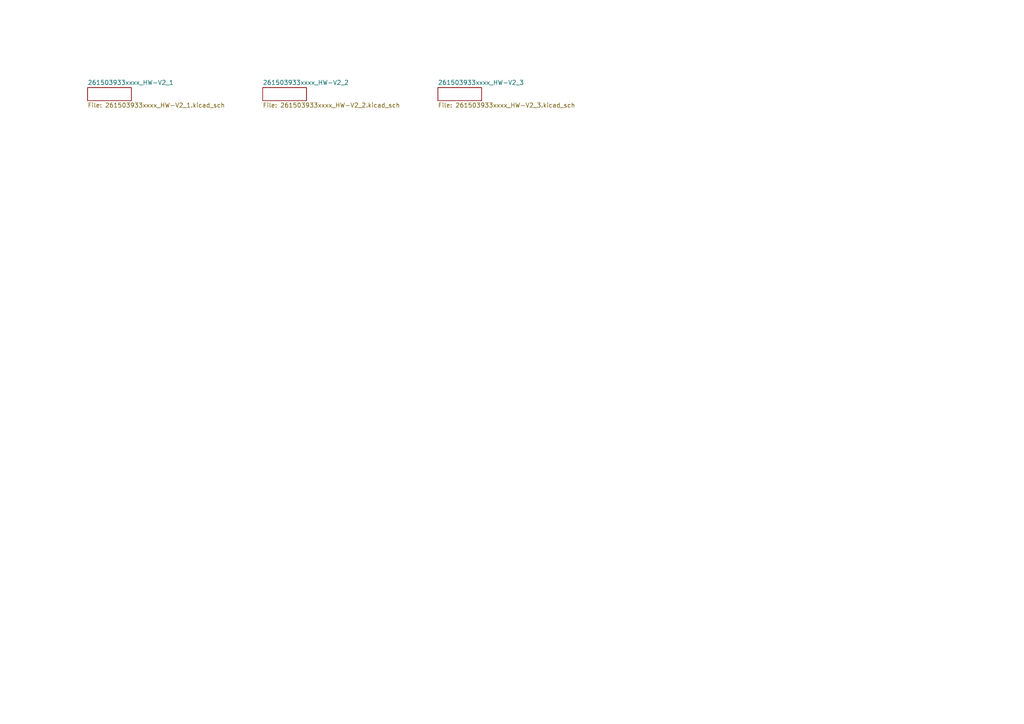
<source format=kicad_sch>
(kicad_sch
	(version 20231120)
	(generator "eeschema")
	(generator_version "8.0")
	(uuid "ec7bf7e6-4c40-4a4d-a35b-b7cbf9b0796f")
	(paper "A4")
	(lib_symbols)
	(sheet
		(at 76.2 25.4)
		(size 12.7 3.81)
		(fields_autoplaced yes)
		(stroke
			(width 0)
			(type solid)
		)
		(fill
			(color 0 0 0 0.0000)
		)
		(uuid "0ada07da-ed92-43f8-9002-662a84a6f02d")
		(property "Sheetname" "261503933xxxx_HW-V2_2"
			(at 76.2 24.6884 0)
			(effects
				(font
					(size 1.27 1.27)
				)
				(justify left bottom)
			)
		)
		(property "Sheetfile" "261503933xxxx_HW-V2_2.kicad_sch"
			(at 76.2 29.7946 0)
			(effects
				(font
					(size 1.27 1.27)
				)
				(justify left top)
			)
		)
		(instances
			(project "261503933xxxx_HW-V2"
				(path "/ec7bf7e6-4c40-4a4d-a35b-b7cbf9b0796f"
					(page "2")
				)
			)
		)
	)
	(sheet
		(at 25.4 25.4)
		(size 12.7 3.81)
		(fields_autoplaced yes)
		(stroke
			(width 0)
			(type solid)
		)
		(fill
			(color 0 0 0 0.0000)
		)
		(uuid "b0337f3e-b60f-46a2-8666-fe14a63b03eb")
		(property "Sheetname" "261503933xxxx_HW-V2_1"
			(at 25.4 24.6884 0)
			(effects
				(font
					(size 1.27 1.27)
				)
				(justify left bottom)
			)
		)
		(property "Sheetfile" "261503933xxxx_HW-V2_1.kicad_sch"
			(at 25.4 29.7946 0)
			(effects
				(font
					(size 1.27 1.27)
				)
				(justify left top)
			)
		)
		(instances
			(project "261503933xxxx_HW-V2"
				(path "/ec7bf7e6-4c40-4a4d-a35b-b7cbf9b0796f"
					(page "1")
				)
			)
		)
	)
	(sheet
		(at 127 25.4)
		(size 12.7 3.81)
		(fields_autoplaced yes)
		(stroke
			(width 0)
			(type solid)
		)
		(fill
			(color 0 0 0 0.0000)
		)
		(uuid "f252500a-85d7-4483-9d85-02cf9ea7c0b0")
		(property "Sheetname" "261503933xxxx_HW-V2_3"
			(at 127 24.6884 0)
			(effects
				(font
					(size 1.27 1.27)
				)
				(justify left bottom)
			)
		)
		(property "Sheetfile" "261503933xxxx_HW-V2_3.kicad_sch"
			(at 127 29.7946 0)
			(effects
				(font
					(size 1.27 1.27)
				)
				(justify left top)
			)
		)
		(instances
			(project "261503933xxxx_HW-V2"
				(path "/ec7bf7e6-4c40-4a4d-a35b-b7cbf9b0796f"
					(page "3")
				)
			)
		)
	)
	(sheet_instances
		(path "/"
			(page "1")
		)
	)
)
</source>
